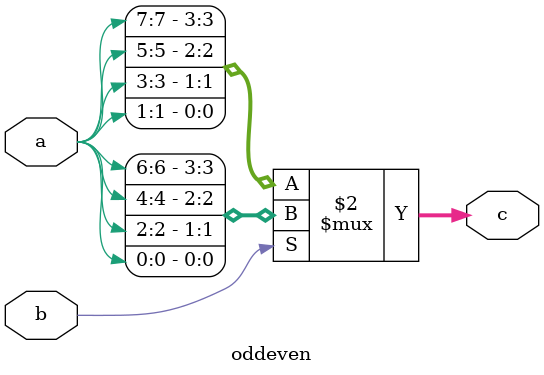
<source format=v>
module oddeven(a,b,c);

input wire [7:0] a;
input wire b;
output wire [3:0] c;

assign c = (b==1'b1) ? {a[6],a[4],a[2],a[0]} : {a[7],a[5],a[3],a[1]};

endmodule
</source>
